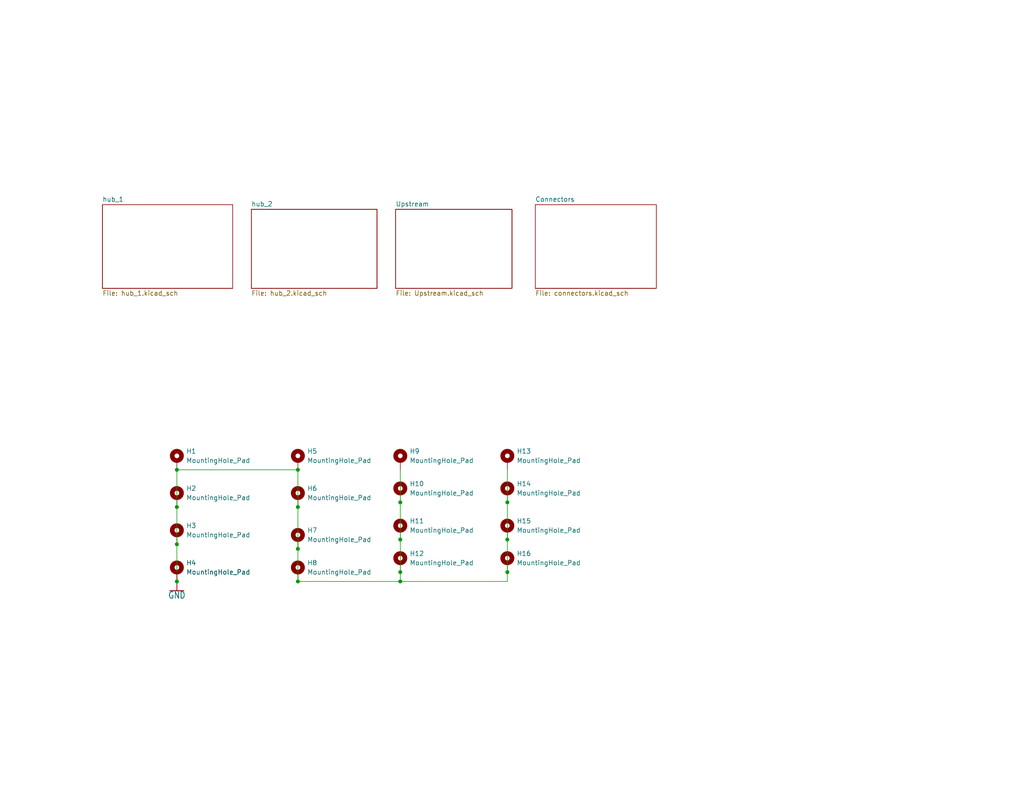
<source format=kicad_sch>
(kicad_sch (version 20230121) (generator eeschema)
  (paper "USLetter")
  (lib_symbols
    (symbol "Mechanical:MountingHole_Pad" (pin_numbers hide) (pin_names (offset 1.016) hide)
      (property "Reference" "H" (at 0 6.35 0))
      (property "Value" "MountingHole_Pad" (at 0 4.445 0))
      (symbol "MountingHole_Pad_0_1"
        (circle (center 0 1.27) (radius 1.27) (stroke (width 1.27)))
      )
      (symbol "MountingHole_Pad_1_1"
        (pin input line (at 0 -2.54 90) (length 2.54) (name "1") (number "1"))
      )
    )
    (symbol "Qwiic-USB_Hub-eagle-import:GND" (power)
      (property "Value" "GND" (at 0 -0.254 0))
      (symbol "GND_1_0"
        (polyline (pts (xy -1.905 0) (xy 1.905 0)) (stroke (width 0.254)))
        (pin power_in line (at 0 2.54 270) (length 2.54) (name "GND") (number "1"))
      )
    )
  )
  (junction (at 138.43 147.32))
  (junction (at 48.26 148.59))
  (junction (at 109.22 156.21))
  (junction (at 81.28 149.86))
  (junction (at 138.43 137.16))
  (junction (at 138.43 156.21))
  (junction (at 109.22 158.75))
  (junction (at 81.28 138.43))
  (junction (at 81.28 158.75))
  (junction (at 109.22 137.16))
  (junction (at 109.22 147.32))
  (junction (at 48.26 158.75))
  (junction (at 48.26 138.43))
  (junction (at 81.28 128.27))
  (junction (at 48.26 128.27))
  (wire (pts (xy 81.28 158.75) (xy 109.22 158.75)))
  (wire (pts (xy 81.28 128.27) (xy 81.28 138.43)))
  (wire (pts (xy 138.43 158.75) (xy 138.43 156.21)))
  (wire (pts (xy 109.22 158.75) (xy 109.22 156.21)))
  (wire (pts (xy 81.28 149.86) (xy 81.28 158.75)))
  (wire (pts (xy 138.43 128.27) (xy 138.43 137.16)))
  (wire (pts (xy 48.26 128.27) (xy 48.26 138.43)))
  (wire (pts (xy 48.26 128.27) (xy 81.28 128.27)))
  (wire (pts (xy 48.26 148.59) (xy 48.26 158.75)))
  (wire (pts (xy 109.22 137.16) (xy 109.22 147.32)))
  (wire (pts (xy 109.22 147.32) (xy 109.22 156.21)))
  (wire (pts (xy 48.26 138.43) (xy 48.26 148.59)))
  (wire (pts (xy 138.43 147.32) (xy 138.43 156.21)))
  (wire (pts (xy 109.22 128.27) (xy 109.22 137.16)))
  (wire (pts (xy 109.22 158.75) (xy 138.43 158.75)))
  (wire (pts (xy 81.28 138.43) (xy 81.28 149.86)))
  (wire (pts (xy 138.43 137.16) (xy 138.43 147.32)))
  (symbol (lib_id "Mechanical:MountingHole_Pad") (at 109.22 144.78 0) (unit 1)
    (property "Reference" "H11" (at 111.76 142.24 0) (effects (justify left)))
    (property "Value" "MountingHole_Pad" (at 111.76 144.78 0) (effects (justify left)))
    (property "Footprint" "MountingHole:MountingHole_USB" (effects hide))
  )
  (symbol (lib_id "Qwiic-USB_Hub-eagle-import:GND") (at 48.26 161.29 0) (unit 1)
    (property "Reference" "#GND053" (effects hide))
    (property "Value" "GND" (at 48.26 161.544 0) (effects (font (size 1.778 1.5113)) (justify top)))
  )
  (symbol (lib_id "Mechanical:MountingHole_Pad") (at 109.22 134.62 0) (unit 1)
    (property "Reference" "H10" (at 111.76 132.08 0) (effects (justify left)))
    (property "Value" "MountingHole_Pad" (at 111.76 134.62 0) (effects (justify left)))
    (property "Footprint" "MountingHole:MountingHole_USB" (effects hide))
  )
  (symbol (lib_id "Mechanical:MountingHole_Pad") (at 48.26 125.73 0) (unit 1)
    (property "Reference" "H1" (at 50.8 123.19 0) (effects (justify left)))
    (property "Value" "MountingHole_Pad" (at 50.8 125.73 0) (effects (justify left)))
    (property "Footprint" "MountingHole:MountingHole_3.2mm_M3_DIN965_Pad" (effects hide))
  )
  (symbol (lib_id "Mechanical:MountingHole_Pad") (at 81.28 125.73 0) (unit 1)
    (property "Reference" "H5" (at 83.82 123.19 0) (effects (justify left)))
    (property "Value" "MountingHole_Pad" (at 83.82 125.73 0) (effects (justify left)))
    (property "Footprint" "MountingHole:MountingHole_2.2mm_M2_DIN965_Pad" (effects hide))
  )
  (symbol (lib_id "Mechanical:MountingHole_Pad") (at 138.43 144.78 0) (unit 1)
    (property "Reference" "H15" (at 140.97 142.24 0) (effects (justify left)))
    (property "Value" "MountingHole_Pad" (at 140.97 144.78 0) (effects (justify left)))
    (property "Footprint" "MountingHole:MountingHole_USB" (effects hide))
  )
  (symbol (lib_id "Mechanical:MountingHole_Pad") (at 138.43 153.67 0) (unit 1)
    (property "Reference" "H16" (at 140.97 151.13 0) (effects (justify left)))
    (property "Value" "MountingHole_Pad" (at 140.97 153.67 0) (effects (justify left)))
    (property "Footprint" "MountingHole:MountingHole_USB" (effects hide))
  )
  (symbol (lib_id "Mechanical:MountingHole_Pad") (at 48.26 156.21 0) (unit 1)
    (property "Reference" "H4" (at 50.8 153.67 0) (effects (justify left)))
    (property "Value" "MountingHole_Pad" (at 50.8 156.21 0) (effects (justify left)))
    (property "Footprint" "MountingHole:MountingHole_3.2mm_M3_DIN965_Pad" (effects hide))
  )
  (symbol (lib_id "Mechanical:MountingHole_Pad") (at 109.22 125.73 0) (unit 1)
    (property "Reference" "H9" (at 111.76 123.19 0) (effects (justify left)))
    (property "Value" "MountingHole_Pad" (at 111.76 125.73 0) (effects (justify left)))
    (property "Footprint" "MountingHole:MountingHole_USB" (effects hide))
  )
  (symbol (lib_id "Mechanical:MountingHole_Pad") (at 81.28 147.32 0) (unit 1)
    (property "Reference" "H7" (at 83.82 144.78 0) (effects (justify left)))
    (property "Value" "MountingHole_Pad" (at 83.82 147.32 0) (effects (justify left)))
    (property "Footprint" "MountingHole:MountingHole_2.2mm_M2_DIN965_Pad" (effects hide))
  )
  (symbol (lib_id "Mechanical:MountingHole_Pad") (at 138.43 125.73 0) (unit 1)
    (property "Reference" "H13" (at 140.97 123.19 0) (effects (justify left)))
    (property "Value" "MountingHole_Pad" (at 140.97 125.73 0) (effects (justify left)))
    (property "Footprint" "MountingHole:MountingHole_USB" (effects hide))
  )
  (symbol (lib_id "Mechanical:MountingHole_Pad") (at 81.28 135.89 0) (unit 1)
    (property "Reference" "H6" (at 83.82 133.35 0) (effects (justify left)))
    (property "Value" "MountingHole_Pad" (at 83.82 135.89 0) (effects (justify left)))
    (property "Footprint" "MountingHole:MountingHole_2.2mm_M2_DIN965_Pad" (effects hide))
  )
  (symbol (lib_id "Mechanical:MountingHole_Pad") (at 138.43 134.62 0) (unit 1)
    (property "Reference" "H14" (at 140.97 132.08 0) (effects (justify left)))
    (property "Value" "MountingHole_Pad" (at 140.97 134.62 0) (effects (justify left)))
    (property "Footprint" "MountingHole:MountingHole_USB" (effects hide))
  )
  (symbol (lib_id "Mechanical:MountingHole_Pad") (at 48.26 146.05 0) (unit 1)
    (property "Reference" "H3" (at 50.8 143.51 0) (effects (justify left)))
    (property "Value" "MountingHole_Pad" (at 50.8 146.05 0) (effects (justify left)))
    (property "Footprint" "MountingHole:MountingHole_3.2mm_M3_DIN965_Pad" (effects hide))
  )
  (symbol (lib_id "Mechanical:MountingHole_Pad") (at 48.26 135.89 0) (unit 1)
    (property "Reference" "H2" (at 50.8 133.35 0) (effects (justify left)))
    (property "Value" "MountingHole_Pad" (at 50.8 135.89 0) (effects (justify left)))
    (property "Footprint" "MountingHole:MountingHole_3.2mm_M3_DIN965_Pad" (effects hide))
  )
  (symbol (lib_id "Mechanical:MountingHole_Pad") (at 81.28 156.21 0) (unit 1)
    (property "Reference" "H8" (at 83.82 153.67 0) (effects (justify left)))
    (property "Value" "MountingHole_Pad" (at 83.82 156.21 0) (effects (justify left)))
    (property "Footprint" "MountingHole:MountingHole_2.2mm_M2_DIN965_Pad" (effects hide))
  )
  (symbol (lib_id "Mechanical:MountingHole_Pad") (at 109.22 153.67 0) (unit 1)
    (property "Reference" "H12" (at 111.76 151.13 0) (effects (justify left)))
    (property "Value" "MountingHole_Pad" (at 111.76 153.67 0) (effects (justify left)))
    (property "Footprint" "MountingHole:MountingHole_USB" (effects hide))
  )
  (sheet (at 146.05 55.88) (size 33.02 22.86) (stroke (width 0.1524))
    (property "Sheetname" "Connectors" (at 146.05 55.1684 0) (effects (justify left bottom)))
    (property "Sheetfile" "connectors.kicad_sch" (at 146.05 79.3246 0) (effects (justify left top)))
  )
  (sheet (at 68.58 57.15) (size 34.29 21.59) (stroke (width 0.1524))
    (property "Sheetname" "hub_2" (at 68.58 56.4384 0) (effects (justify left bottom)))
    (property "Sheetfile" "hub_2.kicad_sch" (at 68.58 79.3246 0) (effects (justify left top)))
  )
  (sheet (at 107.95 57.15) (size 31.75 21.59) (stroke (width 0.1524))
    (property "Sheetname" "Upstream" (at 107.95 56.4384 0) (effects (justify left bottom)))
    (property "Sheetfile" "Upstream.kicad_sch" (at 107.95 79.3246 0) (effects (justify left top)))
  )
  (sheet (at 27.94 55.88) (size 35.56 22.86) (stroke (width 0.1524))
    (property "Sheetname" "hub_1" (at 27.94 55.1684 0) (effects (justify left bottom)))
    (property "Sheetfile" "hub_1.kicad_sch" (at 27.94 79.3246 0) (effects (justify left top)))
  )
)
</source>
